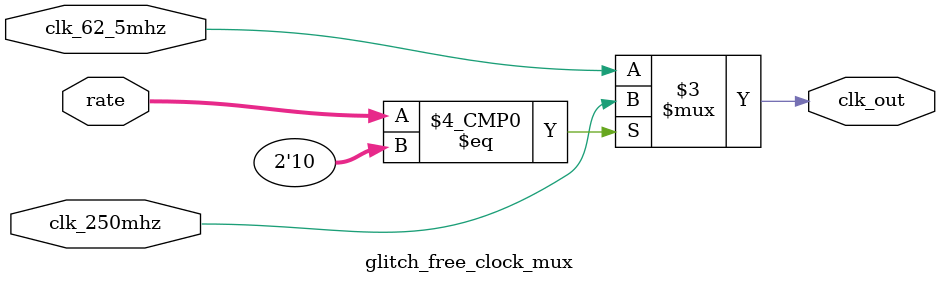
<source format=v>

module glitch_free_clock_mux (
    input clk_62_5mhz,
    input clk_250mhz,
    input [1:0] rate,
    output reg clk_out
);
    always @(*) begin
        case (rate)
            2'b00: clk_out = clk_62_5mhz;
            2'b10: clk_out = clk_250mhz;
            default: clk_out = clk_62_5mhz; // Default to 62.5MHz
        endcase
    end
endmodule


</source>
